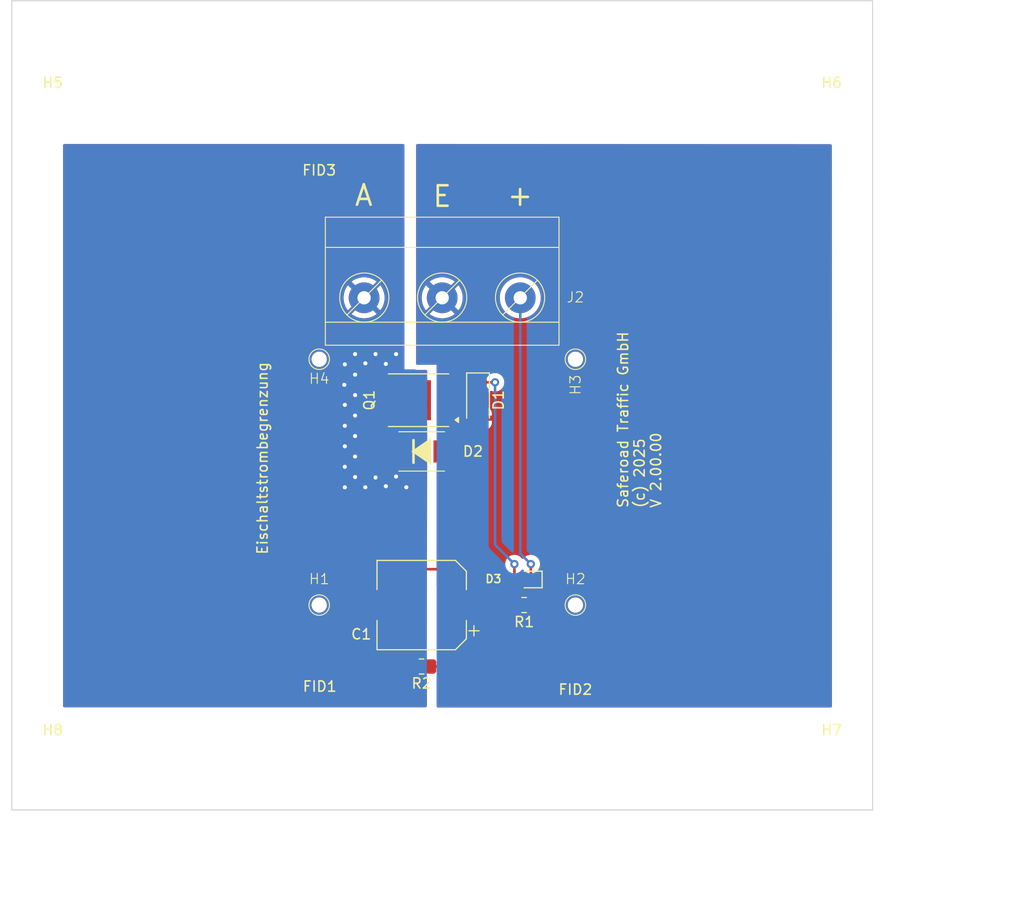
<source format=kicad_pcb>
(kicad_pcb (version 20240108) (generator "pcbnew") (generator_version "8.0")
  (layers (0 "F.Cu" signal) (31 "B.Cu" signal) (34 "B.Paste" user) (35 "F.Paste" user) (36 "B.SilkS" user "B.Silkscreen") (37 "F.SilkS" user "F.Silkscreen") (38 "B.Mask" user) (39 "F.Mask" user) (44 "Edge.Cuts" user))
  (net 0 "")
  (net 1 "Net-(D1-K)")
  (net 2 "GND")
  (net 3 "+24V")
  (net 4 "GND1")
  (footprint "Resistor_SMD:R_0805_2012Metric" (layer "F.Cu") (at 150 80 180)
    (property "Reference" "R1" (at 0 -1.65 0) (layer "F.SilkS"))
    (property "Value" "22k")
    (fp_line (start -0.227064 0.735) (end 0.227064 0.735) (stroke (width 0.12)) (layer "F.SilkS"))
    (fp_line (start -0.227064 -0.735) (end 0.227064 -0.735) (stroke (width 0.12)) (layer "F.SilkS"))
    (pad "1" smd roundrect (at -0.9125 0 180) (size 1.025 1.4) (layers "F.Cu" "F.Paste" "F.Mask") (roundrect_rratio 0.243902439) (net 3 "+24V"))
    (pad "2" smd roundrect (at 0.9125 0 180) (size 1.025 1.4) (layers "F.Cu" "F.Paste" "F.Mask") (roundrect_rratio 0.243902439) (net 1 "Net-(D1-K)"))
  )
  (footprint "myHoles:printer_mounting_holes_1mm" (layer "F.Cu") (at 155 56 90)
    (property "Reference" "H3" (at -2.5 0 90) (layer "F.SilkS") (effects (font (thickness 0.1))))
    (property "Value" "~")
    (fp_circle (center 0 0) (end 1 0) (stroke (width 0.1)) (fill none) (layer "F.SilkS"))
    (pad "" np_thru_hole circle (at 0 0 90) (size 1 1) (drill 1) (layers "F&B.Cu" "*.Mask"))
  )
  (footprint "myHoles:printer_mounting_holes_1mm" (layer "F.Cu") (at 130 80)
    (property "Reference" "H1" (at 0 -2.54 0) (layer "F.SilkS") (effects (font (thickness 0.1))))
    (property "Value" "~")
    (fp_circle (center 0 0) (end 1 0) (stroke (width 0.1)) (fill none) (layer "F.SilkS"))
    (pad "" np_thru_hole circle (at 0 0) (size 1 1) (drill 1) (layers "F&B.Cu" "*.Mask"))
  )
  (footprint "Fiducial:Fiducial_1mm_Mask3mm" (layer "F.Cu") (at 155 85)
    (property "Reference" "FID2" (at 0 3.25 0) (layer "F.SilkS"))
    (property "Value" "Fiducial")
    (pad "" smd circle (at 0 0) (size 1 1) (layers "F.Cu" "F.Mask") (clearance 1))
  )
  (footprint "myDiode:SODFL2512X73N" (layer "F.Cu") (at 150 77.5 180)
    (property "Reference" "D3" (at 3 0.05 0) (layer "F.SilkS") (effects (font (size 0.787402 0.787402))))
    (property "Value" "SS16M")
    (fp_line (start -1.75 0.81) (end 0 0.81) (stroke (width 0.127)) (layer "F.SilkS"))
    (fp_line (start -1.75 0.81) (end -1.75 -0.81) (stroke (width 0.127)) (layer "F.SilkS"))
    (fp_line (start -1.75 -0.81) (end 0 -0.81) (stroke (width 0.127)) (layer "F.SilkS"))
    (pad "1" smd rect (at -0.665 0 180) (size 1.79 0.98) (layers "F.Cu" "F.Paste" "F.Mask") (net 3 "+24V"))
    (pad "2" smd rect (at 1.015 0 180) (size 1.09 0.88) (layers "F.Cu" "F.Paste" "F.Mask") (net 1 "Net-(D1-K)"))
  )
  (footprint "MountingHole:MountingHole_3.2mm_M3_DIN965" (layer "F.Cu") (at 180 25)
    (property "Reference" "H6" (at 0 4 0) (layer "F.SilkS"))
    (property "Value" "MountingHole")
    (pad "" np_thru_hole circle (at 0 0) (size 3.2 3.2) (drill 3.2) (layers "*.Cu" "*.Mask"))
  )
  (footprint "myHoles:printer_mounting_holes_1mm" (layer "F.Cu") (at 155 80)
    (property "Reference" "H2" (at 0 -2.54 0) (layer "F.SilkS") (effects (font (thickness 0.1))))
    (property "Value" "~")
    (fp_circle (center 0 0) (end 1 0) (stroke (width 0.1)) (fill none) (layer "F.SilkS"))
    (pad "" np_thru_hole circle (at 0 0) (size 1 1) (drill 1) (layers "F&B.Cu" "*.Mask"))
  )
  (footprint "Capacitor_SMD:CP_Elec_8x10.5" (layer "F.Cu") (at 140 80 180)
    (property "Reference" "C1" (at 5.9 -2.85 0) (layer "F.SilkS"))
    (property "Value" "100µF")
    (fp_line (start 4.36 4.36) (end 4.36 1.51) (stroke (width 0.12)) (layer "F.SilkS"))
    (fp_line (start 4.36 -4.36) (end 4.36 -1.51) (stroke (width 0.12)) (layer "F.SilkS"))
    (fp_line (start -3.295563 4.36) (end 4.36 4.36) (stroke (width 0.12)) (layer "F.SilkS"))
    (fp_line (start -3.295563 -4.36) (end 4.36 -4.36) (stroke (width 0.12)) (layer "F.SilkS"))
    (fp_line (start -4.36 3.295563) (end -3.295563 4.36) (stroke (width 0.12)) (layer "F.SilkS"))
    (fp_line (start -4.36 3.295563) (end -4.36 1.51) (stroke (width 0.12)) (layer "F.SilkS"))
    (fp_line (start -4.36 -3.295563) (end -3.295563 -4.36) (stroke (width 0.12)) (layer "F.SilkS"))
    (fp_line (start -4.36 -3.295563) (end -4.36 -1.51) (stroke (width 0.12)) (layer "F.SilkS"))
    (fp_line (start -5.1 -3.01) (end -5.1 -2.01) (stroke (width 0.12)) (layer "F.SilkS"))
    (fp_line (start -5.6 -2.51) (end -4.6 -2.51) (stroke (width 0.12)) (layer "F.SilkS"))
    (pad "1" smd roundrect (at -3.7 0 180) (size 4.4 2.5) (layers "F.Cu" "F.Paste" "F.Mask") (roundrect_rratio 0.1) (net 1 "Net-(D1-K)"))
    (pad "2" smd roundrect (at 3.7 0 180) (size 4.4 2.5) (layers "F.Cu" "F.Paste" "F.Mask") (roundrect_rratio 0.1) (net 2 "GND"))
  )
  (footprint "MountingHole:MountingHole_3.2mm_M3_DIN965" (layer "F.Cu") (at 104 96)
    (property "Reference" "H8" (at 0 -3.8 0) (layer "F.SilkS"))
    (property "Value" "MountingHole")
    (pad "" np_thru_hole circle (at 0 0) (size 3.2 3.2) (drill 3.2) (layers "*.Cu" "*.Mask"))
  )
  (footprint "Diode_SMD:D_MiniMELF" (layer "F.Cu") (at 145.5 60 -90)
    (property "Reference" "D1" (at 0 -2 90) (layer "F.SilkS"))
    (property "Value" "BZV55B15")
    (fp_line (start -2.66 1.11) (end 1.75 1.11) (stroke (width 0.12)) (layer "F.SilkS"))
    (fp_line (start -2.66 -1.11) (end -2.66 1.11) (stroke (width 0.12)) (layer "F.SilkS"))
    (fp_line (start 1.75 -1.11) (end -2.66 -1.11) (stroke (width 0.12)) (layer "F.SilkS"))
    (pad "1" smd roundrect (at -1.75 0 270) (size 1.3 1.7) (layers "F.Cu" "F.Paste" "F.Mask") (roundrect_rratio 0.1923076923) (net 1 "Net-(D1-K)"))
    (pad "2" smd roundrect (at 1.75 0 270) (size 1.3 1.7) (layers "F.Cu" "F.Paste" "F.Mask") (roundrect_rratio 0.1923076923) (net 2 "GND"))
  )
  (footprint "Fiducial:Fiducial_1mm_Mask3mm" (layer "F.Cu") (at 130 85)
    (property "Reference" "FID1" (at 0.05 2.95 0) (layer "F.SilkS"))
    (property "Value" "Fiducial")
    (pad "" smd circle (at 0 0) (size 1 1) (layers "F.Cu" "F.Mask") (clearance 1))
  )
  (footprint "MountingHole:MountingHole_3.2mm_M3_DIN965" (layer "F.Cu") (at 180 96)
    (property "Reference" "H7" (at 0 -3.8 0) (layer "F.SilkS"))
    (property "Value" "MountingHole")
    (pad "" np_thru_hole circle (at 0 0) (size 3.2 3.2) (drill 3.2) (layers "*.Cu" "*.Mask"))
  )
  (footprint "myHoles:printer_mounting_holes_1mm" (layer "F.Cu") (at 130 56 -90)
    (property "Reference" "H4" (at 1.9 0 0) (layer "F.SilkS") (effects (font (thickness 0.1))))
    (property "Value" "~")
    (fp_circle (center 0 0) (end 1 0) (stroke (width 0.1)) (fill none) (layer "F.SilkS"))
    (pad "" np_thru_hole circle (at 0 0 270) (size 1 1) (drill 1) (layers "F&B.Cu" "*.Mask"))
  )
  (footprint "Package_SO:PowerPAK_SO-8_Single" (layer "F.Cu") (at 139.69 60 180)
    (property "Reference" "Q1" (at 4.805 0 90) (layer "F.SilkS"))
    (property "Value" "TPH3R10AQM")
    (fp_line (start -2.945 2.57) (end 2.945 2.57) (stroke (width 0.12)) (layer "F.SilkS"))
    (fp_line (start -2.945 -2.57) (end 2.945 -2.57) (stroke (width 0.12)) (layer "F.SilkS"))
    (fp_poly (pts (xy -3.575 -1.925) (xy -3.905 -2.165) (xy -3.905 -1.685) (xy -3.575 -1.925)) (stroke (width 0.12)) (fill solid) (layer "F.SilkS"))
    (pad "1" smd rect (at -2.67 -1.905 180) (size 1.27 0.61) (layers "F.Cu" "F.Paste" "F.Mask") (net 2 "GND"))
    (pad "2" smd rect (at -2.67 -0.635 180) (size 1.27 0.61) (layers "F.Cu" "F.Paste" "F.Mask") (net 2 "GND"))
    (pad "3" smd rect (at -2.67 0.635 180) (size 1.27 0.61) (layers "F.Cu" "F.Paste" "F.Mask") (net 2 "GND"))
    (pad "4" smd rect (at -2.67 1.905 180) (size 1.27 0.61) (layers "F.Cu" "F.Paste" "F.Mask") (net 1 "Net-(D1-K)"))
    (pad "5" smd rect (at 0.69 0 180) (size 3.81 3.91) (layers "F.Cu" "F.Paste" "F.Mask") (net 4 "GND1"))
    (pad "5" smd rect (at 2.795 -1.905 180) (size 1.02 0.61) (layers "F.Cu" "F.Paste" "F.Mask") (net 4 "GND1"))
    (pad "5" smd rect (at 2.795 -0.635 180) (size 1.02 0.61) (layers "F.Cu" "F.Paste" "F.Mask") (net 4 "GND1"))
    (pad "5" smd rect (at 2.795 0.635 180) (size 1.02 0.61) (layers "F.Cu" "F.Paste" "F.Mask") (net 4 "GND1"))
    (pad "5" smd rect (at 2.795 1.905 180) (size 1.02 0.61) (layers "F.Cu" "F.Paste" "F.Mask") (net 4 "GND1"))
  )
  (footprint "Resistor_SMD:R_0805_2012Metric" (layer "F.Cu") (at 139.99 86 180)
    (property "Reference" "R2" (at 0 -1.65 0) (layer "F.SilkS"))
    (property "Value" "22k")
    (fp_line (start -0.227064 0.735) (end 0.227064 0.735) (stroke (width 0.12)) (layer "F.SilkS"))
    (fp_line (start -0.227064 -0.735) (end 0.227064 -0.735) (stroke (width 0.12)) (layer "F.SilkS"))
    (pad "1" smd roundrect (at -0.9125 0 180) (size 1.025 1.4) (layers "F.Cu" "F.Paste" "F.Mask") (roundrect_rratio 0.243902439) (net 1 "Net-(D1-K)"))
    (pad "2" smd roundrect (at 0.9125 0 180) (size 1.025 1.4) (layers "F.Cu" "F.Paste" "F.Mask") (roundrect_rratio 0.243902439) (net 2 "GND"))
  )
  (footprint "MountingHole:MountingHole_3.2mm_M3_DIN965" (layer "F.Cu") (at 104 25)
    (property "Reference" "H5" (at 0 4 0) (layer "F.SilkS"))
    (property "Value" "MountingHole")
    (pad "" np_thru_hole circle (at 0 0) (size 3.2 3.2) (drill 3.2) (layers "*.Cu" "*.Mask"))
  )
  (footprint "greenMeter_v3:DIODE_SMBJ" (layer "F.Cu") (at 140 65)
    (property "Reference" "D2" (at 5 0 0) (layer "F.SilkS"))
    (property "Value" "~")
    (fp_line (start -2.24 -1.92) (end 2.24 -1.92) (stroke (width 0.1016)) (layer "F.SilkS"))
    (fp_line (start -0.8 -1.1) (end -0.8 1.1) (stroke (width 0.254)) (layer "F.SilkS"))
    (fp_line (start 2.24 1.92) (end -2.24 1.92) (stroke (width 0.1016)) (layer "F.SilkS"))
    (fp_poly (pts (xy 0.927 1.341431) (xy -1.024172 0) (xy 0.927 -1.341431)) (fill solid) (layer "F.SilkS"))
    (pad "A" smd rect (at 2.04 0 180) (size 1.78 2.16) (layers "F.Cu" "F.Paste" "F.Mask") (net 2 "GND"))
    (pad "C" smd rect (at -2.03 0) (size 1.78 2.16) (layers "F.Cu" "F.Paste" "F.Mask") (net 4 "GND1"))
  )
  (footprint "Fiducial:Fiducial_1mm_Mask3mm" (layer "F.Cu") (at 130 40)
    (property "Reference" "FID3" (at 0 -2.45 0) (layer "F.SilkS"))
    (property "Value" "Fiducial")
    (pad "" smd circle (at 0 0) (size 1 1) (layers "F.Cu" "F.Mask") (clearance 1))
  )
  (footprint "Library:MKDS 5  3-7,62" (layer "F.Cu") (at 142 50 180)
    (property "Reference" "J2" (at -13 0.05 0) (layer "F.SilkS") (effects (font (thickness 0.1))))
    (property "Value" "Conn_01x03")
    (fp_line (start 11.4 7.87) (end 11.4 -4.63) (stroke (width 0.1)) (layer "F.SilkS"))
    (fp_line (start 9.3 -1.68) (end 5.9 1.72) (stroke (width 0.1)) (layer "F.SilkS"))
    (fp_line (start 1.7 -1.68) (end -1.7 1.72) (stroke (width 0.1)) (layer "F.SilkS"))
    (fp_line (start -5.9 -1.68) (end -9.3 1.72) (stroke (width 0.1)) (layer "F.SilkS"))
    (fp_line (start -11.4 7.87) (end 11.4 7.87) (stroke (width 0.1)) (layer "F.SilkS"))
    (fp_line (start -11.4 4.92) (end 11.4 4.92) (stroke (width 0.1)) (layer "F.SilkS"))
    (fp_line (start -11.4 -2.38) (end 11.4 -2.38) (stroke (width 0.1)) (layer "F.SilkS"))
    (fp_line (start -11.4 -4.63) (end 11.4 -4.63) (stroke (width 0.1)) (layer "F.SilkS"))
    (fp_line (start -11.4 -4.63) (end -11.4 7.87) (stroke (width 0.1)) (layer "F.SilkS"))
    (fp_circle (center 7.6 0.02) (end 10 0.02) (stroke (width 0.1)) (fill none) (layer "F.SilkS"))
    (fp_circle (center 0 0.02) (end 2.4 0.02) (stroke (width 0.1)) (fill none) (layer "F.SilkS"))
    (fp_circle (center -7.6 0.02) (end -5.2 0.02) (stroke (width 0.1)) (fill none) (layer "F.SilkS"))
    (pad "1" thru_hole circle (at -7.62 0 180) (size 3 3) (drill 1.3) (layers "*.Cu" "*.Mask") (net 3 "+24V"))
    (pad "2" thru_hole circle (at 0 0 180) (size 3 3) (drill 1.3) (layers "*.Cu" "*.Mask") (net 2 "GND"))
    (pad "3" thru_hole circle (at 7.62 0 180) (size 3 3) (drill 1.3) (layers "*.Cu" "*.Mask") (net 4 "GND1"))
  )
  (gr_line (start 100 100) (end 100 21) (stroke (width 0.1)) (layer "Edge.Cuts"))
  (gr_line (start 184 100) (end 184 21) (stroke (width 0.1)) (layer "Edge.Cuts"))
  (gr_line (start 184 21) (end 100 21) (stroke (width 0.1)) (layer "Edge.Cuts"))
  (gr_line (start 184 100) (end 100 100) (stroke (width 0.1)) (layer "Edge.Cuts"))
  (gr_text "Eischaltstrombegrenzung" (at 125.05 75.15 90) (layer "F.SilkS") (effects (font (size 1 1)) (justify left bottom)))
  (gr_text "+" (at 149.6 40 0) (layer "F.SilkS") (effects (font (size 2 2) (thickness 0.25))))
  (gr_text "E" (at 142 40.1 0) (layer "F.SilkS") (effects (font (size 2 2) (thickness 0.25))))
  (gr_text "A" (at 134.35 40 0) (layer "F.SilkS") (effects (font (size 2 2) (thickness 0.25))))
  (gr_text "Saferoad Traffic GmbH\n(c) 2025\nV 2.00.00" (at 163.45 70.6 90) (layer "F.SilkS") (effects (font (size 1 1)) (justify left bottom)))
  (segment (start 143.7 80) (end 149.0875 80) (width 0.25) (layer "F.Cu") (net 1))
  (segment (start 143.66 85.75) (end 143.66 80.04) (width 0.25) (layer "F.Cu") (net 1))
  (segment (start 143.66 80.04) (end 143.7 80) (width 0.25) (layer "F.Cu") (net 1))
  (segment (start 143.41 86) (end 143.66 85.75) (width 0.25) (layer "F.Cu") (net 1))
  (segment (start 140.9025 86) (end 143.41 86) (width 0.25) (layer "F.Cu") (net 1))
  (segment (start 149.05 76) (end 149.05 76.705) (width 0.25) (layer "F.Cu") (net 1))
  (segment (start 142.435 58.095) (end 145.305 58.095) (width 0.25) (layer "F.Cu") (net 1))
  (segment (start 149.0475 79.96) (end 149.0875 80) (width 0.25) (layer "F.Cu") (net 1))
  (segment (start 149.05 76.705) (end 149.0475 76.7075) (width 0.25) (layer "F.Cu") (net 1))
  (segment (start 145.305 58.095) (end 145.46 58.25) (width 0.25) (layer "F.Cu") (net 1))
  (segment (start 147.16 58.25) (end 145.46 58.25) (width 0.25) (layer "F.Cu") (net 1))
  (segment (start 149.0475 76.7075) (end 149.0475 79.96) (width 0.25) (layer "F.Cu") (net 1))
  (via (at 149.05 76) (size 0.8) (drill 0.4) (layers "F.Cu" "B.Cu") (net 1))
  (via (at 147.16 58.25) (size 0.8) (drill 0.4) (layers "F.Cu" "B.Cu") (net 1))
  (segment (start 147.16 74.11) (end 147.16 58.25) (width 0.25) (layer "B.Cu") (net 1))
  (segment (start 149.05 76) (end 147.16 74.11) (width 0.25) (layer "B.Cu") (net 1))
  (segment (start 141.46 76.5) (end 139.76 76.5) (width 0.25) (layer "F.Cu") (net 2))
  (segment (start 139.76 76.5) (end 136.3 79.96) (width 0.25) (layer "F.Cu") (net 2))
  (segment (start 136.56 86) (end 139.0775 86) (width 0.25) (layer "F.Cu") (net 2))
  (segment (start 142 75.96) (end 141.46 76.5) (width 0.25) (layer "F.Cu") (net 2))
  (segment (start 136.3 85.74) (end 136.56 86) (width 0.25) (layer "F.Cu") (net 2))
  (segment (start 136.3 79.96) (end 136.3 85.74) (width 0.25) (layer "F.Cu") (net 2))
  (segment (start 142 65) (end 142 75.96) (width 0.25) (layer "F.Cu") (net 2))
  (segment (start 150.665 77.5) (end 150.665 79.7425) (width 0.25) (layer "F.Cu") (net 3))
  (segment (start 150.665 79.7425) (end 150.8725 79.95) (width 0.25) (layer "F.Cu") (net 3))
  (segment (start 150.65 77.485) (end 150.665 77.5) (width 0.25) (layer "F.Cu") (net 3))
  (segment (start 150.65 76) (end 150.65 77.485) (width 0.25) (layer "F.Cu") (net 3))
  (via (at 150.65 76) (size 0.8) (drill 0.4) (layers "F.Cu" "B.Cu") (net 3))
  (segment (start 149.62 74.97) (end 150.65 76) (width 0.25) (layer "B.Cu") (net 3))
  (segment (start 149.62 50) (end 149.62 74.97) (width 0.25) (layer "B.Cu") (net 3))
  (via (at 133.5 55.5) (size 0.8) (drill 0.4) (layers "F.Cu" "B.Cu") (net 4))
  (via (at 137.5 55.5) (size 0.8) (drill 0.4) (layers "F.Cu" "B.Cu") (net 4))
  (via (at 134.5 68.5) (size 0.8) (drill 0.4) (layers "F.Cu" "B.Cu") (net 4))
  (via (at 132.5 64.5) (size 0.8) (drill 0.4) (layers "F.Cu" "B.Cu") (net 4))
  (via (at 133.5 65.5) (size 0.8) (drill 0.4) (layers "F.Cu" "B.Cu") (net 4))
  (via (at 133.5 67.5) (size 0.8) (drill 0.4) (layers "F.Cu" "B.Cu") (net 4))
  (via (at 136.5 56.45) (size 0.8) (drill 0.4) (layers "F.Cu" "B.Cu") (net 4))
  (via (at 136.5 68.4) (size 0.8) (drill 0.4) (layers "F.Cu" "B.Cu") (net 4))
  (via (at 138.5 68.5) (size 0.8) (drill 0.4) (layers "F.Cu" "B.Cu") (net 4))
  (via (at 132.5 66.5) (size 0.8) (drill 0.4) (layers "F.Cu" "B.Cu") (net 4))
  (via (at 132.45 58.5) (size 0.8) (drill 0.4) (layers "F.Cu" "B.Cu") (net 4))
  (via (at 137.5 67.45) (size 0.8) (drill 0.4) (layers "F.Cu" "B.Cu") (net 4))
  (via (at 134.5 56.4) (size 0.8) (drill 0.4) (layers "F.Cu" "B.Cu") (net 4))
  (via (at 132.5 56.5) (size 0.8) (drill 0.4) (layers "F.Cu" "B.Cu") (net 4))
  (via (at 135.5 67.55) (size 0.8) (drill 0.4) (layers "F.Cu" "B.Cu") (net 4))
  (via (at 133.5 61.5) (size 0.8) (drill 0.4) (layers "F.Cu" "B.Cu") (net 4))
  (via (at 132.5 68.5) (size 0.8) (drill 0.4) (layers "F.Cu" "B.Cu") (net 4))
  (via (at 133.5 57.5) (size 0.8) (drill 0.4) (layers "F.Cu" "B.Cu") (net 4))
  (via (at 132.5 62.5) (size 0.8) (drill 0.4) (layers "F.Cu" "B.Cu") (net 4))
  (via (at 132.5 60.45) (size 0.8) (drill 0.4) (layers "F.Cu" "B.Cu") (net 4))
  (via (at 133.5 63.5) (size 0.8) (drill 0.4) (layers "F.Cu" "B.Cu") (net 4))
  (via (at 135.5 55.5) (size 0.8) (drill 0.4) (layers "F.Cu" "B.Cu") (net 4))
  (via (at 133.5 59.5) (size 0.8) (drill 0.4) (layers "F.Cu" "B.Cu") (net 4))
  (zone (net 4) (net_name "GND1") (layers "F&B.Cu") (connect_pads (clearance 0.5)) (min_thickness 0.25) (fill yes (thermal_gap 0.5) (thermal_bridge_width 0.5))
    (polygon (pts (xy 105.01 34.99) (xy 138.31 34.99) (xy 138.31 57) (xy 140.538066 57) (xy 140.501344 89.98) (xy 105.01 89.98)))
  )
  (zone (net 2) (net_name "GND") (layers "F&B.Cu") (priority 1) (connect_pads (clearance 0.5)) (min_thickness 0.25) (fill yes (thermal_gap 0.5) (thermal_bridge_width 0.5))
    (polygon (pts (xy 139.46 34.99) (xy 180.016244 35.005879) (xy 180.029993 90) (xy 141.46 90) (xy 141.46 65) (xy 141.454197 56.524197) (xy 139.46 56.55)))
  )
)
</source>
